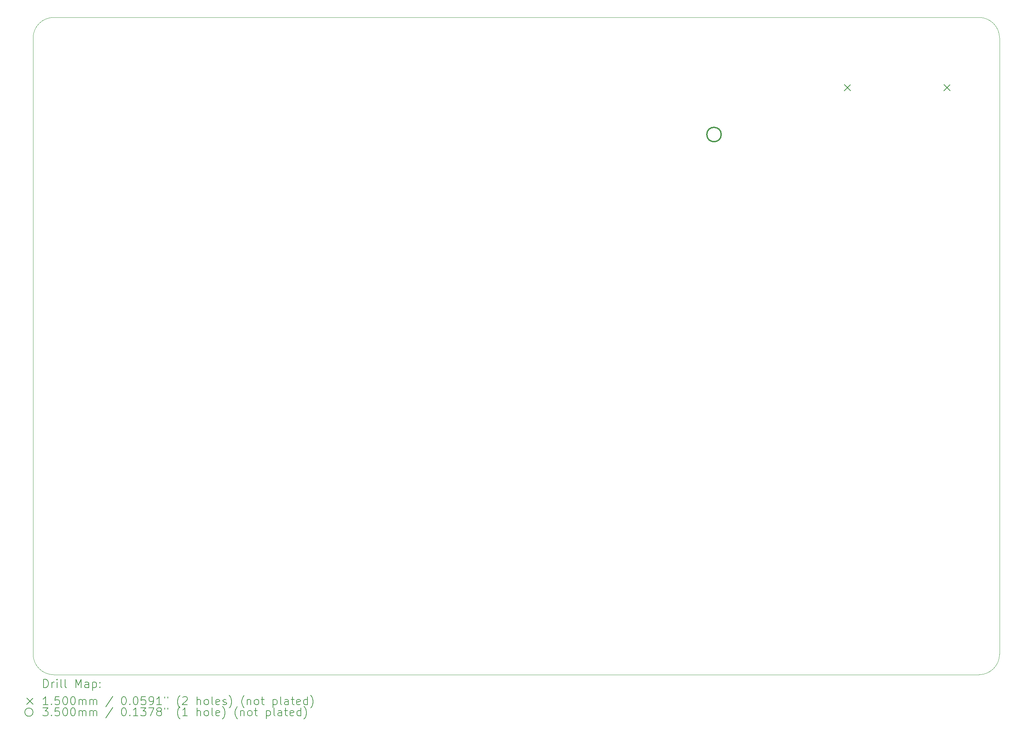
<source format=gbr>
%TF.GenerationSoftware,KiCad,Pcbnew,(6.0.11)*%
%TF.CreationDate,2023-12-19T06:09:53-05:00*%
%TF.ProjectId,input-output.Disk,696e7075-742d-46f7-9574-7075742e4469,rev?*%
%TF.SameCoordinates,Original*%
%TF.FileFunction,Drillmap*%
%TF.FilePolarity,Positive*%
%FSLAX45Y45*%
G04 Gerber Fmt 4.5, Leading zero omitted, Abs format (unit mm)*
G04 Created by KiCad (PCBNEW (6.0.11)) date 2023-12-19 06:09:53*
%MOMM*%
%LPD*%
G01*
G04 APERTURE LIST*
%ADD10C,0.050000*%
%ADD11C,0.200000*%
%ADD12C,0.150000*%
%ADD13C,0.350000*%
G04 APERTURE END LIST*
D10*
X3500000Y-7500000D02*
X3500000Y-22500000D01*
X4000000Y-23000000D02*
X26500000Y-23000000D01*
X27000000Y-22500000D02*
X27000000Y-7500000D01*
X26500000Y-7000000D02*
X4000000Y-7000000D01*
X27000000Y-7500000D02*
G75*
G03*
X26500000Y-7000000I-500000J0D01*
G01*
X3500000Y-22500000D02*
G75*
G03*
X4000000Y-23000000I500000J0D01*
G01*
X4000000Y-7000000D02*
G75*
G03*
X3500000Y-7500000I0J-500000D01*
G01*
X26500000Y-23000000D02*
G75*
G03*
X27000000Y-22500000I0J500000D01*
G01*
D11*
D12*
X23230000Y-8635000D02*
X23380000Y-8785000D01*
X23380000Y-8635000D02*
X23230000Y-8785000D01*
X25650000Y-8635000D02*
X25800000Y-8785000D01*
X25800000Y-8635000D02*
X25650000Y-8785000D01*
D13*
X20232000Y-9850000D02*
G75*
G03*
X20232000Y-9850000I-175000J0D01*
G01*
D11*
X3755119Y-23312976D02*
X3755119Y-23112976D01*
X3802738Y-23112976D01*
X3831309Y-23122500D01*
X3850357Y-23141548D01*
X3859881Y-23160595D01*
X3869405Y-23198690D01*
X3869405Y-23227262D01*
X3859881Y-23265357D01*
X3850357Y-23284405D01*
X3831309Y-23303452D01*
X3802738Y-23312976D01*
X3755119Y-23312976D01*
X3955119Y-23312976D02*
X3955119Y-23179643D01*
X3955119Y-23217738D02*
X3964643Y-23198690D01*
X3974167Y-23189167D01*
X3993214Y-23179643D01*
X4012262Y-23179643D01*
X4078928Y-23312976D02*
X4078928Y-23179643D01*
X4078928Y-23112976D02*
X4069405Y-23122500D01*
X4078928Y-23132024D01*
X4088452Y-23122500D01*
X4078928Y-23112976D01*
X4078928Y-23132024D01*
X4202738Y-23312976D02*
X4183690Y-23303452D01*
X4174167Y-23284405D01*
X4174167Y-23112976D01*
X4307500Y-23312976D02*
X4288452Y-23303452D01*
X4278929Y-23284405D01*
X4278929Y-23112976D01*
X4536071Y-23312976D02*
X4536071Y-23112976D01*
X4602738Y-23255833D01*
X4669405Y-23112976D01*
X4669405Y-23312976D01*
X4850357Y-23312976D02*
X4850357Y-23208214D01*
X4840833Y-23189167D01*
X4821786Y-23179643D01*
X4783690Y-23179643D01*
X4764643Y-23189167D01*
X4850357Y-23303452D02*
X4831310Y-23312976D01*
X4783690Y-23312976D01*
X4764643Y-23303452D01*
X4755119Y-23284405D01*
X4755119Y-23265357D01*
X4764643Y-23246309D01*
X4783690Y-23236786D01*
X4831310Y-23236786D01*
X4850357Y-23227262D01*
X4945595Y-23179643D02*
X4945595Y-23379643D01*
X4945595Y-23189167D02*
X4964643Y-23179643D01*
X5002738Y-23179643D01*
X5021786Y-23189167D01*
X5031310Y-23198690D01*
X5040833Y-23217738D01*
X5040833Y-23274881D01*
X5031310Y-23293928D01*
X5021786Y-23303452D01*
X5002738Y-23312976D01*
X4964643Y-23312976D01*
X4945595Y-23303452D01*
X5126548Y-23293928D02*
X5136071Y-23303452D01*
X5126548Y-23312976D01*
X5117024Y-23303452D01*
X5126548Y-23293928D01*
X5126548Y-23312976D01*
X5126548Y-23189167D02*
X5136071Y-23198690D01*
X5126548Y-23208214D01*
X5117024Y-23198690D01*
X5126548Y-23189167D01*
X5126548Y-23208214D01*
D12*
X3347500Y-23567500D02*
X3497500Y-23717500D01*
X3497500Y-23567500D02*
X3347500Y-23717500D01*
D11*
X3859881Y-23732976D02*
X3745595Y-23732976D01*
X3802738Y-23732976D02*
X3802738Y-23532976D01*
X3783690Y-23561548D01*
X3764643Y-23580595D01*
X3745595Y-23590119D01*
X3945595Y-23713928D02*
X3955119Y-23723452D01*
X3945595Y-23732976D01*
X3936071Y-23723452D01*
X3945595Y-23713928D01*
X3945595Y-23732976D01*
X4136071Y-23532976D02*
X4040833Y-23532976D01*
X4031309Y-23628214D01*
X4040833Y-23618690D01*
X4059881Y-23609167D01*
X4107500Y-23609167D01*
X4126548Y-23618690D01*
X4136071Y-23628214D01*
X4145595Y-23647262D01*
X4145595Y-23694881D01*
X4136071Y-23713928D01*
X4126548Y-23723452D01*
X4107500Y-23732976D01*
X4059881Y-23732976D01*
X4040833Y-23723452D01*
X4031309Y-23713928D01*
X4269405Y-23532976D02*
X4288452Y-23532976D01*
X4307500Y-23542500D01*
X4317024Y-23552024D01*
X4326548Y-23571071D01*
X4336071Y-23609167D01*
X4336071Y-23656786D01*
X4326548Y-23694881D01*
X4317024Y-23713928D01*
X4307500Y-23723452D01*
X4288452Y-23732976D01*
X4269405Y-23732976D01*
X4250357Y-23723452D01*
X4240833Y-23713928D01*
X4231310Y-23694881D01*
X4221786Y-23656786D01*
X4221786Y-23609167D01*
X4231310Y-23571071D01*
X4240833Y-23552024D01*
X4250357Y-23542500D01*
X4269405Y-23532976D01*
X4459881Y-23532976D02*
X4478929Y-23532976D01*
X4497976Y-23542500D01*
X4507500Y-23552024D01*
X4517024Y-23571071D01*
X4526548Y-23609167D01*
X4526548Y-23656786D01*
X4517024Y-23694881D01*
X4507500Y-23713928D01*
X4497976Y-23723452D01*
X4478929Y-23732976D01*
X4459881Y-23732976D01*
X4440833Y-23723452D01*
X4431310Y-23713928D01*
X4421786Y-23694881D01*
X4412262Y-23656786D01*
X4412262Y-23609167D01*
X4421786Y-23571071D01*
X4431310Y-23552024D01*
X4440833Y-23542500D01*
X4459881Y-23532976D01*
X4612262Y-23732976D02*
X4612262Y-23599643D01*
X4612262Y-23618690D02*
X4621786Y-23609167D01*
X4640833Y-23599643D01*
X4669405Y-23599643D01*
X4688452Y-23609167D01*
X4697976Y-23628214D01*
X4697976Y-23732976D01*
X4697976Y-23628214D02*
X4707500Y-23609167D01*
X4726548Y-23599643D01*
X4755119Y-23599643D01*
X4774167Y-23609167D01*
X4783690Y-23628214D01*
X4783690Y-23732976D01*
X4878929Y-23732976D02*
X4878929Y-23599643D01*
X4878929Y-23618690D02*
X4888452Y-23609167D01*
X4907500Y-23599643D01*
X4936071Y-23599643D01*
X4955119Y-23609167D01*
X4964643Y-23628214D01*
X4964643Y-23732976D01*
X4964643Y-23628214D02*
X4974167Y-23609167D01*
X4993214Y-23599643D01*
X5021786Y-23599643D01*
X5040833Y-23609167D01*
X5050357Y-23628214D01*
X5050357Y-23732976D01*
X5440833Y-23523452D02*
X5269405Y-23780595D01*
X5697976Y-23532976D02*
X5717024Y-23532976D01*
X5736071Y-23542500D01*
X5745595Y-23552024D01*
X5755119Y-23571071D01*
X5764643Y-23609167D01*
X5764643Y-23656786D01*
X5755119Y-23694881D01*
X5745595Y-23713928D01*
X5736071Y-23723452D01*
X5717024Y-23732976D01*
X5697976Y-23732976D01*
X5678928Y-23723452D01*
X5669405Y-23713928D01*
X5659881Y-23694881D01*
X5650357Y-23656786D01*
X5650357Y-23609167D01*
X5659881Y-23571071D01*
X5669405Y-23552024D01*
X5678928Y-23542500D01*
X5697976Y-23532976D01*
X5850357Y-23713928D02*
X5859881Y-23723452D01*
X5850357Y-23732976D01*
X5840833Y-23723452D01*
X5850357Y-23713928D01*
X5850357Y-23732976D01*
X5983690Y-23532976D02*
X6002738Y-23532976D01*
X6021786Y-23542500D01*
X6031309Y-23552024D01*
X6040833Y-23571071D01*
X6050357Y-23609167D01*
X6050357Y-23656786D01*
X6040833Y-23694881D01*
X6031309Y-23713928D01*
X6021786Y-23723452D01*
X6002738Y-23732976D01*
X5983690Y-23732976D01*
X5964643Y-23723452D01*
X5955119Y-23713928D01*
X5945595Y-23694881D01*
X5936071Y-23656786D01*
X5936071Y-23609167D01*
X5945595Y-23571071D01*
X5955119Y-23552024D01*
X5964643Y-23542500D01*
X5983690Y-23532976D01*
X6231309Y-23532976D02*
X6136071Y-23532976D01*
X6126548Y-23628214D01*
X6136071Y-23618690D01*
X6155119Y-23609167D01*
X6202738Y-23609167D01*
X6221786Y-23618690D01*
X6231309Y-23628214D01*
X6240833Y-23647262D01*
X6240833Y-23694881D01*
X6231309Y-23713928D01*
X6221786Y-23723452D01*
X6202738Y-23732976D01*
X6155119Y-23732976D01*
X6136071Y-23723452D01*
X6126548Y-23713928D01*
X6336071Y-23732976D02*
X6374167Y-23732976D01*
X6393214Y-23723452D01*
X6402738Y-23713928D01*
X6421786Y-23685357D01*
X6431309Y-23647262D01*
X6431309Y-23571071D01*
X6421786Y-23552024D01*
X6412262Y-23542500D01*
X6393214Y-23532976D01*
X6355119Y-23532976D01*
X6336071Y-23542500D01*
X6326548Y-23552024D01*
X6317024Y-23571071D01*
X6317024Y-23618690D01*
X6326548Y-23637738D01*
X6336071Y-23647262D01*
X6355119Y-23656786D01*
X6393214Y-23656786D01*
X6412262Y-23647262D01*
X6421786Y-23637738D01*
X6431309Y-23618690D01*
X6621786Y-23732976D02*
X6507500Y-23732976D01*
X6564643Y-23732976D02*
X6564643Y-23532976D01*
X6545595Y-23561548D01*
X6526548Y-23580595D01*
X6507500Y-23590119D01*
X6697976Y-23532976D02*
X6697976Y-23571071D01*
X6774167Y-23532976D02*
X6774167Y-23571071D01*
X7069405Y-23809167D02*
X7059881Y-23799643D01*
X7040833Y-23771071D01*
X7031309Y-23752024D01*
X7021786Y-23723452D01*
X7012262Y-23675833D01*
X7012262Y-23637738D01*
X7021786Y-23590119D01*
X7031309Y-23561548D01*
X7040833Y-23542500D01*
X7059881Y-23513928D01*
X7069405Y-23504405D01*
X7136071Y-23552024D02*
X7145595Y-23542500D01*
X7164643Y-23532976D01*
X7212262Y-23532976D01*
X7231309Y-23542500D01*
X7240833Y-23552024D01*
X7250357Y-23571071D01*
X7250357Y-23590119D01*
X7240833Y-23618690D01*
X7126548Y-23732976D01*
X7250357Y-23732976D01*
X7488452Y-23732976D02*
X7488452Y-23532976D01*
X7574167Y-23732976D02*
X7574167Y-23628214D01*
X7564643Y-23609167D01*
X7545595Y-23599643D01*
X7517024Y-23599643D01*
X7497976Y-23609167D01*
X7488452Y-23618690D01*
X7697976Y-23732976D02*
X7678928Y-23723452D01*
X7669405Y-23713928D01*
X7659881Y-23694881D01*
X7659881Y-23637738D01*
X7669405Y-23618690D01*
X7678928Y-23609167D01*
X7697976Y-23599643D01*
X7726548Y-23599643D01*
X7745595Y-23609167D01*
X7755119Y-23618690D01*
X7764643Y-23637738D01*
X7764643Y-23694881D01*
X7755119Y-23713928D01*
X7745595Y-23723452D01*
X7726548Y-23732976D01*
X7697976Y-23732976D01*
X7878928Y-23732976D02*
X7859881Y-23723452D01*
X7850357Y-23704405D01*
X7850357Y-23532976D01*
X8031309Y-23723452D02*
X8012262Y-23732976D01*
X7974167Y-23732976D01*
X7955119Y-23723452D01*
X7945595Y-23704405D01*
X7945595Y-23628214D01*
X7955119Y-23609167D01*
X7974167Y-23599643D01*
X8012262Y-23599643D01*
X8031309Y-23609167D01*
X8040833Y-23628214D01*
X8040833Y-23647262D01*
X7945595Y-23666309D01*
X8117024Y-23723452D02*
X8136071Y-23732976D01*
X8174167Y-23732976D01*
X8193214Y-23723452D01*
X8202738Y-23704405D01*
X8202738Y-23694881D01*
X8193214Y-23675833D01*
X8174167Y-23666309D01*
X8145595Y-23666309D01*
X8126548Y-23656786D01*
X8117024Y-23637738D01*
X8117024Y-23628214D01*
X8126548Y-23609167D01*
X8145595Y-23599643D01*
X8174167Y-23599643D01*
X8193214Y-23609167D01*
X8269405Y-23809167D02*
X8278928Y-23799643D01*
X8297976Y-23771071D01*
X8307500Y-23752024D01*
X8317024Y-23723452D01*
X8326548Y-23675833D01*
X8326548Y-23637738D01*
X8317024Y-23590119D01*
X8307500Y-23561548D01*
X8297976Y-23542500D01*
X8278928Y-23513928D01*
X8269405Y-23504405D01*
X8631310Y-23809167D02*
X8621786Y-23799643D01*
X8602738Y-23771071D01*
X8593214Y-23752024D01*
X8583690Y-23723452D01*
X8574167Y-23675833D01*
X8574167Y-23637738D01*
X8583690Y-23590119D01*
X8593214Y-23561548D01*
X8602738Y-23542500D01*
X8621786Y-23513928D01*
X8631310Y-23504405D01*
X8707500Y-23599643D02*
X8707500Y-23732976D01*
X8707500Y-23618690D02*
X8717024Y-23609167D01*
X8736071Y-23599643D01*
X8764643Y-23599643D01*
X8783690Y-23609167D01*
X8793214Y-23628214D01*
X8793214Y-23732976D01*
X8917024Y-23732976D02*
X8897976Y-23723452D01*
X8888452Y-23713928D01*
X8878929Y-23694881D01*
X8878929Y-23637738D01*
X8888452Y-23618690D01*
X8897976Y-23609167D01*
X8917024Y-23599643D01*
X8945595Y-23599643D01*
X8964643Y-23609167D01*
X8974167Y-23618690D01*
X8983690Y-23637738D01*
X8983690Y-23694881D01*
X8974167Y-23713928D01*
X8964643Y-23723452D01*
X8945595Y-23732976D01*
X8917024Y-23732976D01*
X9040833Y-23599643D02*
X9117024Y-23599643D01*
X9069405Y-23532976D02*
X9069405Y-23704405D01*
X9078929Y-23723452D01*
X9097976Y-23732976D01*
X9117024Y-23732976D01*
X9336071Y-23599643D02*
X9336071Y-23799643D01*
X9336071Y-23609167D02*
X9355119Y-23599643D01*
X9393214Y-23599643D01*
X9412262Y-23609167D01*
X9421786Y-23618690D01*
X9431310Y-23637738D01*
X9431310Y-23694881D01*
X9421786Y-23713928D01*
X9412262Y-23723452D01*
X9393214Y-23732976D01*
X9355119Y-23732976D01*
X9336071Y-23723452D01*
X9545595Y-23732976D02*
X9526548Y-23723452D01*
X9517024Y-23704405D01*
X9517024Y-23532976D01*
X9707500Y-23732976D02*
X9707500Y-23628214D01*
X9697976Y-23609167D01*
X9678929Y-23599643D01*
X9640833Y-23599643D01*
X9621786Y-23609167D01*
X9707500Y-23723452D02*
X9688452Y-23732976D01*
X9640833Y-23732976D01*
X9621786Y-23723452D01*
X9612262Y-23704405D01*
X9612262Y-23685357D01*
X9621786Y-23666309D01*
X9640833Y-23656786D01*
X9688452Y-23656786D01*
X9707500Y-23647262D01*
X9774167Y-23599643D02*
X9850357Y-23599643D01*
X9802738Y-23532976D02*
X9802738Y-23704405D01*
X9812262Y-23723452D01*
X9831310Y-23732976D01*
X9850357Y-23732976D01*
X9993214Y-23723452D02*
X9974167Y-23732976D01*
X9936071Y-23732976D01*
X9917024Y-23723452D01*
X9907500Y-23704405D01*
X9907500Y-23628214D01*
X9917024Y-23609167D01*
X9936071Y-23599643D01*
X9974167Y-23599643D01*
X9993214Y-23609167D01*
X10002738Y-23628214D01*
X10002738Y-23647262D01*
X9907500Y-23666309D01*
X10174167Y-23732976D02*
X10174167Y-23532976D01*
X10174167Y-23723452D02*
X10155119Y-23732976D01*
X10117024Y-23732976D01*
X10097976Y-23723452D01*
X10088452Y-23713928D01*
X10078929Y-23694881D01*
X10078929Y-23637738D01*
X10088452Y-23618690D01*
X10097976Y-23609167D01*
X10117024Y-23599643D01*
X10155119Y-23599643D01*
X10174167Y-23609167D01*
X10250357Y-23809167D02*
X10259881Y-23799643D01*
X10278929Y-23771071D01*
X10288452Y-23752024D01*
X10297976Y-23723452D01*
X10307500Y-23675833D01*
X10307500Y-23637738D01*
X10297976Y-23590119D01*
X10288452Y-23561548D01*
X10278929Y-23542500D01*
X10259881Y-23513928D01*
X10250357Y-23504405D01*
X3497500Y-23912500D02*
G75*
G03*
X3497500Y-23912500I-100000J0D01*
G01*
X3736071Y-23802976D02*
X3859881Y-23802976D01*
X3793214Y-23879167D01*
X3821786Y-23879167D01*
X3840833Y-23888690D01*
X3850357Y-23898214D01*
X3859881Y-23917262D01*
X3859881Y-23964881D01*
X3850357Y-23983928D01*
X3840833Y-23993452D01*
X3821786Y-24002976D01*
X3764643Y-24002976D01*
X3745595Y-23993452D01*
X3736071Y-23983928D01*
X3945595Y-23983928D02*
X3955119Y-23993452D01*
X3945595Y-24002976D01*
X3936071Y-23993452D01*
X3945595Y-23983928D01*
X3945595Y-24002976D01*
X4136071Y-23802976D02*
X4040833Y-23802976D01*
X4031309Y-23898214D01*
X4040833Y-23888690D01*
X4059881Y-23879167D01*
X4107500Y-23879167D01*
X4126548Y-23888690D01*
X4136071Y-23898214D01*
X4145595Y-23917262D01*
X4145595Y-23964881D01*
X4136071Y-23983928D01*
X4126548Y-23993452D01*
X4107500Y-24002976D01*
X4059881Y-24002976D01*
X4040833Y-23993452D01*
X4031309Y-23983928D01*
X4269405Y-23802976D02*
X4288452Y-23802976D01*
X4307500Y-23812500D01*
X4317024Y-23822024D01*
X4326548Y-23841071D01*
X4336071Y-23879167D01*
X4336071Y-23926786D01*
X4326548Y-23964881D01*
X4317024Y-23983928D01*
X4307500Y-23993452D01*
X4288452Y-24002976D01*
X4269405Y-24002976D01*
X4250357Y-23993452D01*
X4240833Y-23983928D01*
X4231310Y-23964881D01*
X4221786Y-23926786D01*
X4221786Y-23879167D01*
X4231310Y-23841071D01*
X4240833Y-23822024D01*
X4250357Y-23812500D01*
X4269405Y-23802976D01*
X4459881Y-23802976D02*
X4478929Y-23802976D01*
X4497976Y-23812500D01*
X4507500Y-23822024D01*
X4517024Y-23841071D01*
X4526548Y-23879167D01*
X4526548Y-23926786D01*
X4517024Y-23964881D01*
X4507500Y-23983928D01*
X4497976Y-23993452D01*
X4478929Y-24002976D01*
X4459881Y-24002976D01*
X4440833Y-23993452D01*
X4431310Y-23983928D01*
X4421786Y-23964881D01*
X4412262Y-23926786D01*
X4412262Y-23879167D01*
X4421786Y-23841071D01*
X4431310Y-23822024D01*
X4440833Y-23812500D01*
X4459881Y-23802976D01*
X4612262Y-24002976D02*
X4612262Y-23869643D01*
X4612262Y-23888690D02*
X4621786Y-23879167D01*
X4640833Y-23869643D01*
X4669405Y-23869643D01*
X4688452Y-23879167D01*
X4697976Y-23898214D01*
X4697976Y-24002976D01*
X4697976Y-23898214D02*
X4707500Y-23879167D01*
X4726548Y-23869643D01*
X4755119Y-23869643D01*
X4774167Y-23879167D01*
X4783690Y-23898214D01*
X4783690Y-24002976D01*
X4878929Y-24002976D02*
X4878929Y-23869643D01*
X4878929Y-23888690D02*
X4888452Y-23879167D01*
X4907500Y-23869643D01*
X4936071Y-23869643D01*
X4955119Y-23879167D01*
X4964643Y-23898214D01*
X4964643Y-24002976D01*
X4964643Y-23898214D02*
X4974167Y-23879167D01*
X4993214Y-23869643D01*
X5021786Y-23869643D01*
X5040833Y-23879167D01*
X5050357Y-23898214D01*
X5050357Y-24002976D01*
X5440833Y-23793452D02*
X5269405Y-24050595D01*
X5697976Y-23802976D02*
X5717024Y-23802976D01*
X5736071Y-23812500D01*
X5745595Y-23822024D01*
X5755119Y-23841071D01*
X5764643Y-23879167D01*
X5764643Y-23926786D01*
X5755119Y-23964881D01*
X5745595Y-23983928D01*
X5736071Y-23993452D01*
X5717024Y-24002976D01*
X5697976Y-24002976D01*
X5678928Y-23993452D01*
X5669405Y-23983928D01*
X5659881Y-23964881D01*
X5650357Y-23926786D01*
X5650357Y-23879167D01*
X5659881Y-23841071D01*
X5669405Y-23822024D01*
X5678928Y-23812500D01*
X5697976Y-23802976D01*
X5850357Y-23983928D02*
X5859881Y-23993452D01*
X5850357Y-24002976D01*
X5840833Y-23993452D01*
X5850357Y-23983928D01*
X5850357Y-24002976D01*
X6050357Y-24002976D02*
X5936071Y-24002976D01*
X5993214Y-24002976D02*
X5993214Y-23802976D01*
X5974167Y-23831548D01*
X5955119Y-23850595D01*
X5936071Y-23860119D01*
X6117024Y-23802976D02*
X6240833Y-23802976D01*
X6174167Y-23879167D01*
X6202738Y-23879167D01*
X6221786Y-23888690D01*
X6231309Y-23898214D01*
X6240833Y-23917262D01*
X6240833Y-23964881D01*
X6231309Y-23983928D01*
X6221786Y-23993452D01*
X6202738Y-24002976D01*
X6145595Y-24002976D01*
X6126548Y-23993452D01*
X6117024Y-23983928D01*
X6307500Y-23802976D02*
X6440833Y-23802976D01*
X6355119Y-24002976D01*
X6545595Y-23888690D02*
X6526548Y-23879167D01*
X6517024Y-23869643D01*
X6507500Y-23850595D01*
X6507500Y-23841071D01*
X6517024Y-23822024D01*
X6526548Y-23812500D01*
X6545595Y-23802976D01*
X6583690Y-23802976D01*
X6602738Y-23812500D01*
X6612262Y-23822024D01*
X6621786Y-23841071D01*
X6621786Y-23850595D01*
X6612262Y-23869643D01*
X6602738Y-23879167D01*
X6583690Y-23888690D01*
X6545595Y-23888690D01*
X6526548Y-23898214D01*
X6517024Y-23907738D01*
X6507500Y-23926786D01*
X6507500Y-23964881D01*
X6517024Y-23983928D01*
X6526548Y-23993452D01*
X6545595Y-24002976D01*
X6583690Y-24002976D01*
X6602738Y-23993452D01*
X6612262Y-23983928D01*
X6621786Y-23964881D01*
X6621786Y-23926786D01*
X6612262Y-23907738D01*
X6602738Y-23898214D01*
X6583690Y-23888690D01*
X6697976Y-23802976D02*
X6697976Y-23841071D01*
X6774167Y-23802976D02*
X6774167Y-23841071D01*
X7069405Y-24079167D02*
X7059881Y-24069643D01*
X7040833Y-24041071D01*
X7031309Y-24022024D01*
X7021786Y-23993452D01*
X7012262Y-23945833D01*
X7012262Y-23907738D01*
X7021786Y-23860119D01*
X7031309Y-23831548D01*
X7040833Y-23812500D01*
X7059881Y-23783928D01*
X7069405Y-23774405D01*
X7250357Y-24002976D02*
X7136071Y-24002976D01*
X7193214Y-24002976D02*
X7193214Y-23802976D01*
X7174167Y-23831548D01*
X7155119Y-23850595D01*
X7136071Y-23860119D01*
X7488452Y-24002976D02*
X7488452Y-23802976D01*
X7574167Y-24002976D02*
X7574167Y-23898214D01*
X7564643Y-23879167D01*
X7545595Y-23869643D01*
X7517024Y-23869643D01*
X7497976Y-23879167D01*
X7488452Y-23888690D01*
X7697976Y-24002976D02*
X7678928Y-23993452D01*
X7669405Y-23983928D01*
X7659881Y-23964881D01*
X7659881Y-23907738D01*
X7669405Y-23888690D01*
X7678928Y-23879167D01*
X7697976Y-23869643D01*
X7726548Y-23869643D01*
X7745595Y-23879167D01*
X7755119Y-23888690D01*
X7764643Y-23907738D01*
X7764643Y-23964881D01*
X7755119Y-23983928D01*
X7745595Y-23993452D01*
X7726548Y-24002976D01*
X7697976Y-24002976D01*
X7878928Y-24002976D02*
X7859881Y-23993452D01*
X7850357Y-23974405D01*
X7850357Y-23802976D01*
X8031309Y-23993452D02*
X8012262Y-24002976D01*
X7974167Y-24002976D01*
X7955119Y-23993452D01*
X7945595Y-23974405D01*
X7945595Y-23898214D01*
X7955119Y-23879167D01*
X7974167Y-23869643D01*
X8012262Y-23869643D01*
X8031309Y-23879167D01*
X8040833Y-23898214D01*
X8040833Y-23917262D01*
X7945595Y-23936309D01*
X8107500Y-24079167D02*
X8117024Y-24069643D01*
X8136071Y-24041071D01*
X8145595Y-24022024D01*
X8155119Y-23993452D01*
X8164643Y-23945833D01*
X8164643Y-23907738D01*
X8155119Y-23860119D01*
X8145595Y-23831548D01*
X8136071Y-23812500D01*
X8117024Y-23783928D01*
X8107500Y-23774405D01*
X8469405Y-24079167D02*
X8459881Y-24069643D01*
X8440833Y-24041071D01*
X8431310Y-24022024D01*
X8421786Y-23993452D01*
X8412262Y-23945833D01*
X8412262Y-23907738D01*
X8421786Y-23860119D01*
X8431310Y-23831548D01*
X8440833Y-23812500D01*
X8459881Y-23783928D01*
X8469405Y-23774405D01*
X8545595Y-23869643D02*
X8545595Y-24002976D01*
X8545595Y-23888690D02*
X8555119Y-23879167D01*
X8574167Y-23869643D01*
X8602738Y-23869643D01*
X8621786Y-23879167D01*
X8631310Y-23898214D01*
X8631310Y-24002976D01*
X8755119Y-24002976D02*
X8736071Y-23993452D01*
X8726548Y-23983928D01*
X8717024Y-23964881D01*
X8717024Y-23907738D01*
X8726548Y-23888690D01*
X8736071Y-23879167D01*
X8755119Y-23869643D01*
X8783690Y-23869643D01*
X8802738Y-23879167D01*
X8812262Y-23888690D01*
X8821786Y-23907738D01*
X8821786Y-23964881D01*
X8812262Y-23983928D01*
X8802738Y-23993452D01*
X8783690Y-24002976D01*
X8755119Y-24002976D01*
X8878929Y-23869643D02*
X8955119Y-23869643D01*
X8907500Y-23802976D02*
X8907500Y-23974405D01*
X8917024Y-23993452D01*
X8936071Y-24002976D01*
X8955119Y-24002976D01*
X9174167Y-23869643D02*
X9174167Y-24069643D01*
X9174167Y-23879167D02*
X9193214Y-23869643D01*
X9231310Y-23869643D01*
X9250357Y-23879167D01*
X9259881Y-23888690D01*
X9269405Y-23907738D01*
X9269405Y-23964881D01*
X9259881Y-23983928D01*
X9250357Y-23993452D01*
X9231310Y-24002976D01*
X9193214Y-24002976D01*
X9174167Y-23993452D01*
X9383690Y-24002976D02*
X9364643Y-23993452D01*
X9355119Y-23974405D01*
X9355119Y-23802976D01*
X9545595Y-24002976D02*
X9545595Y-23898214D01*
X9536071Y-23879167D01*
X9517024Y-23869643D01*
X9478929Y-23869643D01*
X9459881Y-23879167D01*
X9545595Y-23993452D02*
X9526548Y-24002976D01*
X9478929Y-24002976D01*
X9459881Y-23993452D01*
X9450357Y-23974405D01*
X9450357Y-23955357D01*
X9459881Y-23936309D01*
X9478929Y-23926786D01*
X9526548Y-23926786D01*
X9545595Y-23917262D01*
X9612262Y-23869643D02*
X9688452Y-23869643D01*
X9640833Y-23802976D02*
X9640833Y-23974405D01*
X9650357Y-23993452D01*
X9669405Y-24002976D01*
X9688452Y-24002976D01*
X9831310Y-23993452D02*
X9812262Y-24002976D01*
X9774167Y-24002976D01*
X9755119Y-23993452D01*
X9745595Y-23974405D01*
X9745595Y-23898214D01*
X9755119Y-23879167D01*
X9774167Y-23869643D01*
X9812262Y-23869643D01*
X9831310Y-23879167D01*
X9840833Y-23898214D01*
X9840833Y-23917262D01*
X9745595Y-23936309D01*
X10012262Y-24002976D02*
X10012262Y-23802976D01*
X10012262Y-23993452D02*
X9993214Y-24002976D01*
X9955119Y-24002976D01*
X9936071Y-23993452D01*
X9926548Y-23983928D01*
X9917024Y-23964881D01*
X9917024Y-23907738D01*
X9926548Y-23888690D01*
X9936071Y-23879167D01*
X9955119Y-23869643D01*
X9993214Y-23869643D01*
X10012262Y-23879167D01*
X10088452Y-24079167D02*
X10097976Y-24069643D01*
X10117024Y-24041071D01*
X10126548Y-24022024D01*
X10136071Y-23993452D01*
X10145595Y-23945833D01*
X10145595Y-23907738D01*
X10136071Y-23860119D01*
X10126548Y-23831548D01*
X10117024Y-23812500D01*
X10097976Y-23783928D01*
X10088452Y-23774405D01*
M02*

</source>
